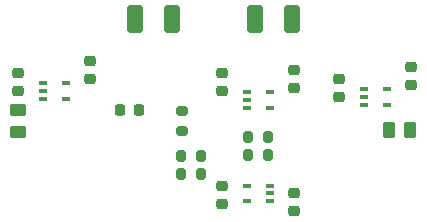
<source format=gtp>
%TF.GenerationSoftware,KiCad,Pcbnew,(6.0.2-0)*%
%TF.CreationDate,2022-04-12T18:59:20-07:00*%
%TF.ProjectId,bootstrap_exp,626f6f74-7374-4726-9170-5f6578702e6b,rev?*%
%TF.SameCoordinates,Original*%
%TF.FileFunction,Paste,Top*%
%TF.FilePolarity,Positive*%
%FSLAX46Y46*%
G04 Gerber Fmt 4.6, Leading zero omitted, Abs format (unit mm)*
G04 Created by KiCad (PCBNEW (6.0.2-0)) date 2022-04-12 18:59:20*
%MOMM*%
%LPD*%
G01*
G04 APERTURE LIST*
G04 Aperture macros list*
%AMRoundRect*
0 Rectangle with rounded corners*
0 $1 Rounding radius*
0 $2 $3 $4 $5 $6 $7 $8 $9 X,Y pos of 4 corners*
0 Add a 4 corners polygon primitive as box body*
4,1,4,$2,$3,$4,$5,$6,$7,$8,$9,$2,$3,0*
0 Add four circle primitives for the rounded corners*
1,1,$1+$1,$2,$3*
1,1,$1+$1,$4,$5*
1,1,$1+$1,$6,$7*
1,1,$1+$1,$8,$9*
0 Add four rect primitives between the rounded corners*
20,1,$1+$1,$2,$3,$4,$5,0*
20,1,$1+$1,$4,$5,$6,$7,0*
20,1,$1+$1,$6,$7,$8,$9,0*
20,1,$1+$1,$8,$9,$2,$3,0*%
G04 Aperture macros list end*
%ADD10RoundRect,0.200000X-0.200000X-0.275000X0.200000X-0.275000X0.200000X0.275000X-0.200000X0.275000X0*%
%ADD11RoundRect,0.225000X0.250000X-0.225000X0.250000X0.225000X-0.250000X0.225000X-0.250000X-0.225000X0*%
%ADD12RoundRect,0.250000X-0.412500X-0.925000X0.412500X-0.925000X0.412500X0.925000X-0.412500X0.925000X0*%
%ADD13R,0.650000X0.400000*%
%ADD14RoundRect,0.200000X0.200000X0.275000X-0.200000X0.275000X-0.200000X-0.275000X0.200000X-0.275000X0*%
%ADD15RoundRect,0.250000X0.412500X0.925000X-0.412500X0.925000X-0.412500X-0.925000X0.412500X-0.925000X0*%
%ADD16RoundRect,0.225000X-0.250000X0.225000X-0.250000X-0.225000X0.250000X-0.225000X0.250000X0.225000X0*%
%ADD17RoundRect,0.200000X-0.275000X0.200000X-0.275000X-0.200000X0.275000X-0.200000X0.275000X0.200000X0*%
%ADD18RoundRect,0.250000X0.450000X-0.262500X0.450000X0.262500X-0.450000X0.262500X-0.450000X-0.262500X0*%
%ADD19RoundRect,0.225000X0.225000X0.250000X-0.225000X0.250000X-0.225000X-0.250000X0.225000X-0.250000X0*%
%ADD20RoundRect,0.250000X-0.262500X-0.450000X0.262500X-0.450000X0.262500X0.450000X-0.262500X0.450000X0*%
G04 APERTURE END LIST*
D10*
%TO.C,R3*%
X137554200Y-98666000D03*
X139204200Y-98666000D03*
%TD*%
D11*
%TO.C,C3*%
X141478000Y-92964000D03*
X141478000Y-91414000D03*
%TD*%
%TO.C,C10*%
X124206000Y-92215000D03*
X124206000Y-90665000D03*
%TD*%
D12*
%TO.C,C2*%
X128002500Y-87122000D03*
X131077500Y-87122000D03*
%TD*%
D11*
%TO.C,C11*%
X118110000Y-93231000D03*
X118110000Y-91681000D03*
%TD*%
D10*
%TO.C,R6*%
X131890000Y-100203000D03*
X133540000Y-100203000D03*
%TD*%
D11*
%TO.C,C9*%
X145288000Y-93739000D03*
X145288000Y-92189000D03*
%TD*%
%TO.C,C7*%
X135382000Y-93218000D03*
X135382000Y-91668000D03*
%TD*%
D13*
%TO.C,U4*%
X120208000Y-92568000D03*
X120208000Y-93218000D03*
X120208000Y-93868000D03*
X122108000Y-93868000D03*
X122108000Y-92568000D03*
%TD*%
%TO.C,U2*%
X139380000Y-102517000D03*
X139380000Y-101867000D03*
X139380000Y-101217000D03*
X137480000Y-101217000D03*
X137480000Y-102517000D03*
%TD*%
D14*
%TO.C,R2*%
X139204200Y-97142000D03*
X137554200Y-97142000D03*
%TD*%
D15*
%TO.C,C6*%
X141237500Y-87122000D03*
X138162500Y-87122000D03*
%TD*%
D10*
%TO.C,R5*%
X131890000Y-98679000D03*
X133540000Y-98679000D03*
%TD*%
D16*
%TO.C,C8*%
X141478000Y-101854000D03*
X141478000Y-103404000D03*
%TD*%
D17*
%TO.C,R4*%
X131953000Y-94920000D03*
X131953000Y-96570000D03*
%TD*%
D18*
%TO.C,R1*%
X118110000Y-96670500D03*
X118110000Y-94845500D03*
%TD*%
D11*
%TO.C,C4*%
X135382000Y-102782000D03*
X135382000Y-101232000D03*
%TD*%
%TO.C,C5*%
X151384000Y-92723000D03*
X151384000Y-91173000D03*
%TD*%
D19*
%TO.C,C1*%
X128283000Y-94856000D03*
X126733000Y-94856000D03*
%TD*%
D13*
%TO.C,U1*%
X137480000Y-93317000D03*
X137480000Y-93967000D03*
X137480000Y-94617000D03*
X139380000Y-94617000D03*
X139380000Y-93317000D03*
%TD*%
D20*
%TO.C,R7*%
X149455500Y-96520000D03*
X151280500Y-96520000D03*
%TD*%
D13*
%TO.C,U3*%
X147386000Y-93076000D03*
X147386000Y-93726000D03*
X147386000Y-94376000D03*
X149286000Y-94376000D03*
X149286000Y-93076000D03*
%TD*%
M02*

</source>
